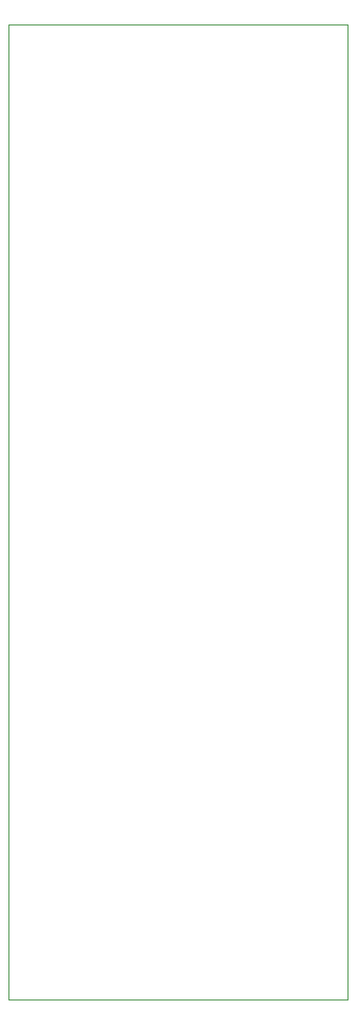
<source format=gbr>
G04 #@! TF.GenerationSoftware,KiCad,Pcbnew,(5.1.6-0)*
G04 #@! TF.CreationDate,2021-12-13T17:07:40-07:00*
G04 #@! TF.ProjectId,starman,73746172-6d61-46e2-9e6b-696361645f70,rev?*
G04 #@! TF.SameCoordinates,Original*
G04 #@! TF.FileFunction,Profile,NP*
%FSLAX46Y46*%
G04 Gerber Fmt 4.6, Leading zero omitted, Abs format (unit mm)*
G04 Created by KiCad (PCBNEW (5.1.6-0)) date 2021-12-13 17:07:40*
%MOMM*%
%LPD*%
G01*
G04 APERTURE LIST*
G04 #@! TA.AperFunction,Profile*
%ADD10C,0.050000*%
G04 #@! TD*
G04 APERTURE END LIST*
D10*
X132080000Y-60960000D02*
X132080000Y-148590000D01*
X101600000Y-60960000D02*
X101600000Y-64130000D01*
X101600000Y-64130000D02*
X101600000Y-81280000D01*
X101600000Y-148590000D02*
X101600000Y-81280000D01*
X132080000Y-148590000D02*
X101600000Y-148590000D01*
X101600000Y-60960000D02*
X132080000Y-60960000D01*
M02*

</source>
